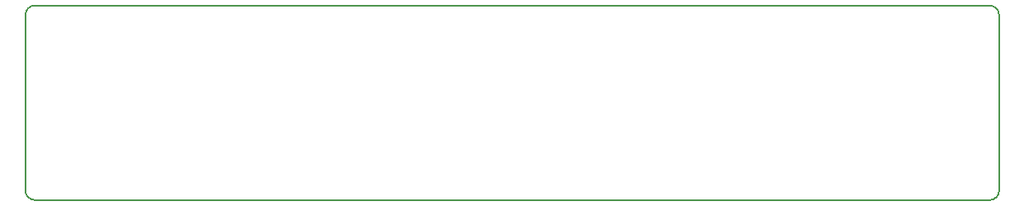
<source format=gbr>
%TF.GenerationSoftware,KiCad,Pcbnew,8.0.0*%
%TF.CreationDate,2024-02-26T11:34:36-08:00*%
%TF.ProjectId,gotek-breakout,676f7465-6b2d-4627-9265-616b6f75742e,rev?*%
%TF.SameCoordinates,Original*%
%TF.FileFunction,Profile,NP*%
%FSLAX46Y46*%
G04 Gerber Fmt 4.6, Leading zero omitted, Abs format (unit mm)*
G04 Created by KiCad (PCBNEW 8.0.0) date 2024-02-26 11:34:36*
%MOMM*%
%LPD*%
G01*
G04 APERTURE LIST*
%TA.AperFunction,Profile*%
%ADD10C,0.200000*%
%TD*%
G04 APERTURE END LIST*
D10*
X47000000Y-59000000D02*
X47000000Y-41000000D01*
X147000000Y-41000000D02*
X147000000Y-59000000D01*
X146000000Y-60000000D02*
X48000000Y-60000000D01*
X47000000Y-41000000D02*
G75*
G02*
X48000000Y-40000000I1000000J0D01*
G01*
X48000000Y-60000000D02*
G75*
G02*
X47000000Y-59000000I0J1000000D01*
G01*
X48000000Y-40000000D02*
X146000000Y-40000000D01*
X146000000Y-40000000D02*
G75*
G02*
X147000000Y-41000000I0J-1000000D01*
G01*
X147000000Y-59000000D02*
G75*
G02*
X146000000Y-60000000I-1000000J0D01*
G01*
M02*

</source>
